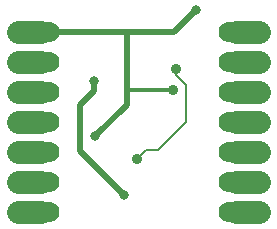
<source format=gbr>
G04 EAGLE Gerber RS-274X export*
G75*
%MOMM*%
%FSLAX34Y34*%
%LPD*%
%INBottom Copper*%
%IPPOS*%
%AMOC8*
5,1,8,0,0,1.08239X$1,22.5*%
G01*
%ADD10C,1.778000*%
%ADD11C,1.950000*%
%ADD12C,0.508000*%
%ADD13C,0.800100*%
%ADD14C,0.304800*%
%ADD15C,0.906400*%
%ADD16C,0.203200*%


D10*
X165100Y179705D03*
X165100Y154305D03*
X165100Y128905D03*
X165100Y103505D03*
X165100Y78105D03*
X165100Y52705D03*
X165100Y27305D03*
D11*
X171350Y179705D02*
X190850Y179705D01*
X190850Y154305D02*
X171350Y154305D01*
X171350Y128905D02*
X190850Y128905D01*
X190850Y103505D02*
X171350Y103505D01*
X171350Y78105D02*
X190850Y78105D01*
X190850Y52705D02*
X171350Y52705D01*
X171350Y27305D02*
X190850Y27305D01*
D10*
X12700Y27305D03*
X12700Y52705D03*
X12700Y78105D03*
X12700Y103505D03*
X12700Y128905D03*
X12700Y154305D03*
X12700Y179705D03*
D11*
X6450Y27305D02*
X-13050Y27305D01*
X-13050Y52705D02*
X6450Y52705D01*
X6450Y78105D02*
X-13050Y78105D01*
X-13050Y103505D02*
X6450Y103505D01*
X6450Y128905D02*
X-13050Y128905D01*
X-13050Y154305D02*
X6450Y154305D01*
X6450Y179705D02*
X-13050Y179705D01*
D12*
X12700Y179705D02*
X80010Y179705D01*
X118745Y179705D02*
X137160Y198120D01*
X118745Y179705D02*
X80010Y179705D01*
D13*
X137160Y198120D03*
X52070Y91440D03*
D12*
X78740Y118110D01*
D14*
X78740Y178435D02*
X80010Y179705D01*
D12*
X78740Y130810D02*
X78740Y118110D01*
X78740Y130810D02*
X78740Y178435D01*
D15*
X118110Y130810D03*
D14*
X78740Y130810D01*
D15*
X87630Y71950D03*
X120650Y148590D03*
D16*
X120650Y143711D01*
X129246Y135115D01*
X129246Y103406D01*
X105410Y79570D01*
X95250Y79570D01*
X87630Y71950D01*
D13*
X76200Y41910D03*
D12*
X39370Y78740D01*
X50800Y129540D02*
X50800Y138430D01*
X50800Y129540D02*
X39370Y118110D01*
D13*
X50800Y138430D03*
D12*
X39370Y118110D02*
X39370Y78740D01*
M02*

</source>
